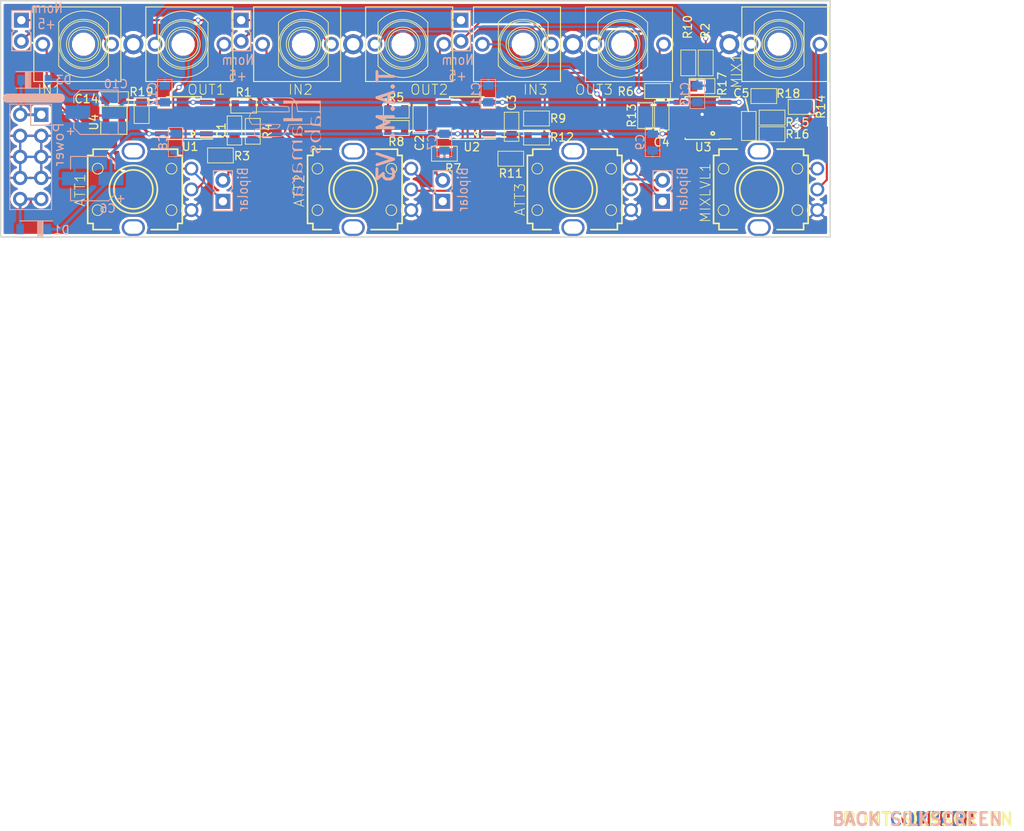
<source format=kicad_pcb>
(kicad_pcb (version 20171130) (host pcbnew "(5.0.1)-3")
  (title_block (title "Triple Attenuverting Mixer") (date 2019-06-09) (rev V3) (company "HAMARA LABS"))
  (layers (0 Top signal) (31 Bottom signal) (34 B.Paste user hide) (35 F.Paste user hide) (36 B.SilkS user) (37 F.SilkS user) (38 B.Mask user) (39 F.Mask user) (44 Edge.Cuts user))
  (net 0 "")
  (net 1 GNDA)
  (net 2 "Net-(ATT1-Pad2)")
  (net 3 "Net-(ATT1-Pad3)")
  (net 4 "Net-(ATT2-Pad2)")
  (net 5 "Net-(ATT2-Pad3)")
  (net 6 "Net-(ATT3-Pad2)")
  (net 7 "Net-(ATT3-Pad3)")
  (net 8 "Net-(C1-Pad1)")
  (net 9 "Net-(C1-Pad2)")
  (net 10 "Net-(C2-Pad1)")
  (net 11 "Net-(C2-Pad2)")
  (net 12 "Net-(C3-Pad1)")
  (net 13 "Net-(C3-Pad2)")
  (net 14 "Net-(C4-Pad1)")
  (net 15 "Net-(C4-Pad2)")
  (net 16 "Net-(C5-Pad1)")
  (net 17 "Net-(C5-Pad2)")
  (net 18 +12VA)
  (net 19 -12VA)
  (net 20 "Net-(C14-Pad1)")
  (net 21 "Net-(IN1-Pad2)")
  (net 22 "Net-(IN2-Pad2)")
  (net 23 "Net-(IN3-Pad2)")
  (net 24 "Net-(JP1-Pad2)")
  (net 25 +5V_ref)
  (net 26 "Net-(JP3-Pad2)")
  (net 27 "Net-(JP5-Pad2)")
  (net 28 "Net-(MIX1-Pad3)")
  (net 29 "Net-(OUT1-Pad2)")
  (net 30 "Net-(OUT1-Pad3)")
  (net 31 "Net-(OUT2-Pad2)")
  (net 32 "Net-(OUT2-Pad3)")
  (net 33 "Net-(OUT3-Pad2)")
  (net 34 "Net-(OUT3-Pad3)")
  (net 35 "Net-(R17-Pad2)")
  (net 36 "Net-(R18-Pad2)")
  (net 37 /+12_IN)
  (net 38 "Net-(MIX1-Pad2)")
  (net 39 /-12_IN)
  (net 40 "Net-(MIXLVL1-Pad2)")
  (module Daves_footprints:PJ301M-12_TAM_sharedGround_v2 (layer Top) (at 108.5 96 90)
    (fp_text reference IN1 (at -4.7745 -2.5185 180) (layer F.SilkS) (effects (font (size 1.2065 1.2065) (thickness 0.1016)) (justify right top)))
    (fp_text value AUDIO-JACK-PJ301M-12 hide)
    (pad "" np_thru_hole circle (at 0 0 90) (size 2.2 2.2) (drill 2.2) (layers *.Cu))
    (pad 1 thru_hole circle (at 0 6 90) (size 2.4 2.4) (drill 1.5) (layers *.Cu *.Mask) (net 1 GNDA))
    (pad 3 thru_hole circle (at 0 -4.92 90) (size 1.778 1.778) (drill 1.1) (layers *.Cu *.Mask) (net 3 "Net-(ATT1-Pad3)"))
    (pad 2 thru_hole circle (at 0 3.38 90) (size 1.778 1.778) (drill 1.1) (layers *.Cu *.Mask) (net 21 "Net-(IN1-Pad2)"))
  )
  (module Daves_footprints:PJ301M-12_TAM_sharedGround_v2 (layer Top) (at 120.5 96 270)
    (fp_text reference OUT1 (at 4.7745 -5.1665 180) (layer F.SilkS) (effects (font (size 1.2065 1.2065) (thickness 0.1016)) (justify right top)))
    (fp_text value AUDIO-JACK-PJ301M-12 hide)
    (pad "" np_thru_hole circle (at 0 0 270) (size 2.2 2.2) (drill 2.2) (layers *.Cu))
    (pad 1 thru_hole circle (at 0 6 270) (size 2.4 2.4) (drill 1.5) (layers *.Cu *.Mask) (net 1 GNDA))
    (pad 3 thru_hole circle (at 0 -4.92 270) (size 1.778 1.778) (drill 1.1) (layers *.Cu *.Mask) (net 30 "Net-(OUT1-Pad3)"))
    (pad 2 thru_hole circle (at 0 3.38 270) (size 1.778 1.778) (drill 1.1) (layers *.Cu *.Mask) (net 29 "Net-(OUT1-Pad2)"))
  )
  (module Daves_footprints:PJ301M-12_TAM_sharedGround_v2 (layer Top) (at 135 96 90)
    (fp_text reference IN2 (at -4.7745 1.2075 180) (layer F.SilkS) (effects (font (size 1.2065 1.2065) (thickness 0.1016)) (justify right top)))
    (fp_text value AUDIO-JACK-PJ301M-12 hide)
    (pad "" np_thru_hole circle (at 0 0 90) (size 2.2 2.2) (drill 2.2) (layers *.Cu))
    (pad 1 thru_hole circle (at 0 6 90) (size 2.4 2.4) (drill 1.5) (layers *.Cu *.Mask) (net 1 GNDA))
    (pad 3 thru_hole circle (at 0 -4.92 90) (size 1.778 1.778) (drill 1.1) (layers *.Cu *.Mask) (net 5 "Net-(ATT2-Pad3)"))
    (pad 2 thru_hole circle (at 0 3.38 90) (size 1.778 1.778) (drill 1.1) (layers *.Cu *.Mask) (net 22 "Net-(IN2-Pad2)"))
  )
  (module Daves_footprints:PJ301M-12_TAM_sharedGround_v2 (layer Top) (at 147 96 270)
    (fp_text reference OUT2 (at 4.7745 -5.527) (layer F.SilkS) (effects (font (size 1.2065 1.2065) (thickness 0.1016)) (justify right top)))
    (fp_text value AUDIO-JACK-PJ301M-12 hide)
    (pad "" np_thru_hole circle (at 0 0 270) (size 2.2 2.2) (drill 2.2) (layers *.Cu))
    (pad 1 thru_hole circle (at 0 6 270) (size 2.4 2.4) (drill 1.5) (layers *.Cu *.Mask) (net 1 GNDA))
    (pad 3 thru_hole circle (at 0 -4.92 270) (size 1.778 1.778) (drill 1.1) (layers *.Cu *.Mask) (net 32 "Net-(OUT2-Pad3)"))
    (pad 2 thru_hole circle (at 0 3.38 270) (size 1.778 1.778) (drill 1.1) (layers *.Cu *.Mask) (net 31 "Net-(OUT2-Pad2)"))
  )
  (module Daves_footprints:PJ301M-12_TAM_sharedGround_v2 (layer Top) (at 161.5 96 90)
    (fp_text reference IN3 (at -4.7745 3.0285 180) (layer F.SilkS) (effects (font (size 1.2065 1.2065) (thickness 0.1016)) (justify right top)))
    (fp_text value AUDIO-JACK-PJ301M-12 hide)
    (pad "" np_thru_hole circle (at 0 0 90) (size 2.2 2.2) (drill 2.2) (layers *.Cu))
    (pad 1 thru_hole circle (at 0 6 90) (size 2.4 2.4) (drill 1.5) (layers *.Cu *.Mask) (net 1 GNDA))
    (pad 3 thru_hole circle (at 0 -4.92 90) (size 1.778 1.778) (drill 1.1) (layers *.Cu *.Mask) (net 7 "Net-(ATT3-Pad3)"))
    (pad 2 thru_hole circle (at 0 3.38 90) (size 1.778 1.778) (drill 1.1) (layers *.Cu *.Mask) (net 23 "Net-(IN3-Pad2)"))
  )
  (module Daves_footprints:PJ301M-12_TAM_sharedGround_v2 (layer Top) (at 173.5 96 270)
    (fp_text reference OUT3 (at 4.7745 1.0975 180) (layer F.SilkS) (effects (font (size 1.2065 1.2065) (thickness 0.1016)) (justify right top)))
    (fp_text value AUDIO-JACK-PJ301M-12 hide)
    (pad "" np_thru_hole circle (at 0 0 270) (size 2.2 2.2) (drill 2.2) (layers *.Cu))
    (pad 1 thru_hole circle (at 0 6 270) (size 2.4 2.4) (drill 1.5) (layers *.Cu *.Mask) (net 1 GNDA))
    (pad 3 thru_hole circle (at 0 -4.92 270) (size 1.778 1.778) (drill 1.1) (layers *.Cu *.Mask) (net 34 "Net-(OUT3-Pad3)"))
    (pad 2 thru_hole circle (at 0 3.38 270) (size 1.778 1.778) (drill 1.1) (layers *.Cu *.Mask) (net 33 "Net-(OUT3-Pad2)"))
  )
  (module Daves_footprints:PJ301M-12_TAM_sharedGround_v2 (layer Top) (at 192.35 96 270)
    (fp_text reference MIX1 (at 1.028 5.8505 270) (layer F.SilkS) (effects (font (size 1.2065 1.2065) (thickness 0.1016)) (justify right top)))
    (fp_text value AUDIO-JACK-PJ301M-12 hide)
    (pad "" np_thru_hole circle (at 0 0 270) (size 2.2 2.2) (drill 2.2) (layers *.Cu))
    (pad 1 thru_hole circle (at 0 6 270) (size 2.4 2.4) (drill 1.5) (layers *.Cu *.Mask) (net 1 GNDA))
    (pad 3 thru_hole circle (at 0 -4.92 270) (size 1.778 1.778) (drill 1.1) (layers *.Cu *.Mask) (net 28 "Net-(MIX1-Pad3)"))
    (pad 2 thru_hole circle (at 0 3.38 270) (size 1.778 1.778) (drill 1.1) (layers *.Cu *.Mask) (net 38 "Net-(MIX1-Pad2)"))
  )
  (module Daves_footprints:Hamara_labs_4_tiny (layer Bottom) (at 132.8 108.45 270)
    (fp_text reference G1 hide)
    (fp_text value LOGO hide)
  )
  (module Capacitors_SMD:CP_Elec_5x5.8 (layer Bottom) (at 109.6 112.2 180)
    (fp_text reference C6 (at -1.8 -3.6 180) (layer B.SilkS) (effects (justify mirror)))
    (fp_text value 22uF)
    (fp_text user + (at -3.38 -2.35 180) (layer B.SilkS) (effects (justify mirror)))
    (pad 1 smd rect (at -2.2 0) (size 3 1.6) (layers Bottom B.Paste B.Mask) (net 18 +12VA))
    (pad 2 smd rect (at 2.2 0) (size 3 1.6) (layers Bottom B.Paste B.Mask) (net 1 GNDA))
  )
  (module Capacitors_SMD:CP_Elec_5x5.8 (layer Bottom) (at 110 104.2)
    (fp_text reference C10 (at 2.4 -3.4) (layer B.SilkS) (effects (justify mirror)))
    (fp_text value 22uF)
    (fp_text user + (at -3.066 2.226) (layer B.SilkS) (effects (justify mirror)))
    (pad 1 smd rect (at -2.2 0 180) (size 3 1.6) (layers Bottom B.Paste B.Mask) (net 1 GNDA))
    (pad 2 smd rect (at 2.2 0 180) (size 3 1.6) (layers Bottom B.Paste B.Mask) (net 19 -12VA))
  )
  (module TO_SOT_Packages_SMD:SOT-23_Handsoldering (layer Top) (at 112.15 106.1 270)
    (fp_text reference U4 (at -0.7 2.4 270) (layer F.SilkS))
    (fp_text value LM4040-5)
    (pad 1 smd rect (at -1.5 -0.95 270) (size 1.9 0.8) (layers Top F.Paste F.Mask) (net 20 "Net-(C14-Pad1)"))
    (pad 2 smd rect (at -1.5 0.95 270) (size 1.9 0.8) (layers Top F.Paste F.Mask) (net 1 GNDA))
    (pad 3 smd rect (at 1.5 0 270) (size 1.9 0.8) (layers Top F.Paste F.Mask))
  )
  (module Housings_SOIC:SOIC-8_3.9x4.9mm_Pitch1.27mm (layer Top) (at 120.6 104.9 180)
    (fp_text reference U1 (at -0.75 -3.45 180) (layer F.SilkS))
    (fp_text value OPA1678)
    (pad 1 smd rect (at -2.7 -1.905 180) (size 1.55 0.6) (layers Top F.Paste F.Mask) (net 8 "Net-(C1-Pad1)"))
    (pad 2 smd rect (at -2.7 -0.635 180) (size 1.55 0.6) (layers Top F.Paste F.Mask) (net 9 "Net-(C1-Pad2)"))
    (pad 3 smd rect (at -2.7 0.635 180) (size 1.55 0.6) (layers Top F.Paste F.Mask) (net 2 "Net-(ATT1-Pad2)"))
    (pad 4 smd rect (at -2.7 1.905 180) (size 1.55 0.6) (layers Top F.Paste F.Mask) (net 19 -12VA))
    (pad 5 smd rect (at 2.7 1.905 180) (size 1.55 0.6) (layers Top F.Paste F.Mask) (net 20 "Net-(C14-Pad1)"))
    (pad 6 smd rect (at 2.7 0.635 180) (size 1.55 0.6) (layers Top F.Paste F.Mask) (net 25 +5V_ref))
    (pad 7 smd rect (at 2.7 -0.635 180) (size 1.55 0.6) (layers Top F.Paste F.Mask) (net 25 +5V_ref))
    (pad 8 smd rect (at 2.7 -1.905 180) (size 1.55 0.6) (layers Top F.Paste F.Mask) (net 18 +12VA))
  )
  (module Housings_SOIC:SOIC-8_3.9x4.9mm_Pitch1.27mm (layer Top) (at 154.7 104.9 180)
    (fp_text reference U2 (at -0.6 -3.5 180) (layer F.SilkS))
    (fp_text value OPA1678)
    (pad 1 smd rect (at -2.7 -1.905 180) (size 1.55 0.6) (layers Top F.Paste F.Mask) (net 12 "Net-(C3-Pad1)"))
    (pad 2 smd rect (at -2.7 -0.635 180) (size 1.55 0.6) (layers Top F.Paste F.Mask) (net 13 "Net-(C3-Pad2)"))
    (pad 3 smd rect (at -2.7 0.635 180) (size 1.55 0.6) (layers Top F.Paste F.Mask) (net 6 "Net-(ATT3-Pad2)"))
    (pad 4 smd rect (at -2.7 1.905 180) (size 1.55 0.6) (layers Top F.Paste F.Mask) (net 19 -12VA))
    (pad 5 smd rect (at 2.7 1.905 180) (size 1.55 0.6) (layers Top F.Paste F.Mask) (net 4 "Net-(ATT2-Pad2)"))
    (pad 6 smd rect (at 2.7 0.635 180) (size 1.55 0.6) (layers Top F.Paste F.Mask) (net 11 "Net-(C2-Pad2)"))
    (pad 7 smd rect (at 2.7 -0.635 180) (size 1.55 0.6) (layers Top F.Paste F.Mask) (net 10 "Net-(C2-Pad1)"))
    (pad 8 smd rect (at 2.7 -1.905 180) (size 1.55 0.6) (layers Top F.Paste F.Mask) (net 18 +12VA))
  )
  (module Housings_SOIC:SOIC-8_3.9x4.9mm_Pitch1.27mm (layer Top) (at 183.1 104.9 180)
    (fp_text reference U3 (at -0.1 -3.5 180) (layer F.SilkS))
    (fp_text value OPA1678)
    (pad 1 smd rect (at -2.7 -1.905 180) (size 1.55 0.6) (layers Top F.Paste F.Mask) (net 16 "Net-(C5-Pad1)"))
    (pad 2 smd rect (at -2.7 -0.635 180) (size 1.55 0.6) (layers Top F.Paste F.Mask) (net 17 "Net-(C5-Pad2)"))
    (pad 3 smd rect (at -2.7 0.635 180) (size 1.55 0.6) (layers Top F.Paste F.Mask) (net 36 "Net-(R18-Pad2)"))
    (pad 4 smd rect (at -2.7 1.905 180) (size 1.55 0.6) (layers Top F.Paste F.Mask) (net 19 -12VA))
    (pad 5 smd rect (at 2.7 1.905 180) (size 1.55 0.6) (layers Top F.Paste F.Mask) (net 35 "Net-(R17-Pad2)"))
    (pad 6 smd rect (at 2.7 0.635 180) (size 1.55 0.6) (layers Top F.Paste F.Mask) (net 15 "Net-(C4-Pad2)"))
    (pad 7 smd rect (at 2.7 -0.635 180) (size 1.55 0.6) (layers Top F.Paste F.Mask) (net 14 "Net-(C4-Pad1)"))
    (pad 8 smd rect (at 2.7 -1.905 180) (size 1.55 0.6) (layers Top F.Paste F.Mask) (net 18 +12VA))
  )
  (module Daves_footprints:D_SOD-123 (layer Bottom) (at 102.6 100.3)
    (fp_text reference D3 (at 3.5 0) (layer B.SilkS) (effects (justify mirror)))
    (fp_text value 1N5819)
    (pad 1 smd rect (at -1.65 0) (size 0.9 1.2) (layers Bottom B.Paste B.Mask) (net 39 /-12_IN))
    (pad 2 smd rect (at 1.65 0) (size 0.9 1.2) (layers Bottom B.Paste B.Mask) (net 19 -12VA))
  )
  (module Daves_footprints:D_SOD-123 (layer Bottom) (at 102.5 118.3 180)
    (fp_text reference D1 (at -3.35 -0.1 180) (layer B.SilkS) (effects (justify mirror)))
    (fp_text value 1N5819)
    (pad 1 smd rect (at -1.65 0 180) (size 0.9 1.2) (layers Bottom B.Paste B.Mask) (net 18 +12VA))
    (pad 2 smd rect (at 1.65 0 180) (size 0.9 1.2) (layers Bottom B.Paste B.Mask) (net 37 /+12_IN))
  )
  (module Daves_footprints:jump-2P (layer Bottom) (at 154 93.1 270)
    (fp_text reference JP6 hide)
    (fp_text value header-2P hide)
    (pad 1 thru_hole rect (at 0 0 270) (size 1.8 1.8) (drill 1) (layers *.Cu *.Mask) (net 25 +5V_ref))
    (pad 2 thru_hole circle (at 2.54 0 270) (size 1.8 1.8) (drill 1) (layers *.Cu *.Mask) (net 23 "Net-(IN3-Pad2)"))
  )
  (module Daves_footprints:jump-2P (layer Bottom) (at 178.3 114.94 90)
    (fp_text reference JP5 hide)
    (fp_text value header-2P hide)
    (pad 1 thru_hole rect (at 0 0 90) (size 1.8 1.8) (drill 1) (layers *.Cu *.Mask) (net 7 "Net-(ATT3-Pad3)"))
    (pad 2 thru_hole circle (at 2.54 0 90) (size 1.8 1.8) (drill 1) (layers *.Cu *.Mask) (net 27 "Net-(JP5-Pad2)"))
  )
  (module Daves_footprints:jump-2P (layer Bottom) (at 127.5 93.1 270)
    (fp_text reference JP4 hide)
    (fp_text value header-2P hide)
    (pad 1 thru_hole rect (at 0 0 270) (size 1.8 1.8) (drill 1) (layers *.Cu *.Mask) (net 25 +5V_ref))
    (pad 2 thru_hole circle (at 2.54 0 270) (size 1.8 1.8) (drill 1) (layers *.Cu *.Mask) (net 22 "Net-(IN2-Pad2)"))
  )
  (module Daves_footprints:jump-2P (layer Bottom) (at 151.8 114.94 90)
    (fp_text reference JP3 hide)
    (fp_text value header-2P hide)
    (pad 1 thru_hole rect (at 0 0 90) (size 1.8 1.8) (drill 1) (layers *.Cu *.Mask) (net 5 "Net-(ATT2-Pad3)"))
    (pad 2 thru_hole circle (at 2.54 0 90) (size 1.8 1.8) (drill 1) (layers *.Cu *.Mask) (net 26 "Net-(JP3-Pad2)"))
  )
  (module Daves_footprints:jump-2P (layer Bottom) (at 101 93.1 270)
    (fp_text reference JP2 hide)
    (fp_text value header-2P hide)
    (pad 1 thru_hole rect (at 0 0 270) (size 1.8 1.8) (drill 1) (layers *.Cu *.Mask) (net 25 +5V_ref))
    (pad 2 thru_hole circle (at 2.54 0 270) (size 1.8 1.8) (drill 1) (layers *.Cu *.Mask) (net 21 "Net-(IN1-Pad2)"))
  )
  (module Daves_footprints:jump-2P (layer Bottom) (at 125.3 114.94 90)
    (fp_text reference JP1 hide)
    (fp_text value header-2P hide)
    (pad 1 thru_hole rect (at 0 0 90) (size 1.8 1.8) (drill 1) (layers *.Cu *.Mask) (net 3 "Net-(ATT1-Pad3)"))
    (pad 2 thru_hole circle (at 2.54 0 90) (size 1.8 1.8) (drill 1) (layers *.Cu *.Mask) (net 24 "Net-(JP1-Pad2)"))
  )
  (module Daves_footprints:C_0805_DKH (layer Top) (at 126.7 106.4 90)
    (fp_text reference C1 (at 0 -1.6 90) (layer F.SilkS))
    (fp_text value "0|22|47 pF *")
    (pad 1 smd rect (at -1 0 90) (size 1 1.25) (layers Top F.Paste F.Mask) (net 8 "Net-(C1-Pad1)"))
    (pad 2 smd rect (at 1 0 90) (size 1 1.25) (layers Top F.Paste F.Mask) (net 9 "Net-(C1-Pad2)"))
  )
  (module Daves_footprints:C_0805_DKH (layer Top) (at 149.1 105 90)
    (fp_text reference C2 (at -2.9 -0.1 90) (layer F.SilkS))
    (fp_text value "0|22|47 pF *")
    (pad 1 smd rect (at -1 0 90) (size 1 1.25) (layers Top F.Paste F.Mask) (net 10 "Net-(C2-Pad1)"))
    (pad 2 smd rect (at 1 0 90) (size 1 1.25) (layers Top F.Paste F.Mask) (net 11 "Net-(C2-Pad2)"))
  )
  (module Daves_footprints:C_0805_DKH (layer Top) (at 160.1 105.95 90)
    (fp_text reference C3 (at 2.9 0 90) (layer F.SilkS))
    (fp_text value "0|22|47 pF *")
    (pad 1 smd rect (at -1 0 90) (size 1 1.25) (layers Top F.Paste F.Mask) (net 12 "Net-(C3-Pad1)"))
    (pad 2 smd rect (at 1 0 90) (size 1 1.25) (layers Top F.Paste F.Mask) (net 13 "Net-(C3-Pad2)"))
  )
  (module Daves_footprints:C_0805_DKH (layer Top) (at 178.2 104.6 90)
    (fp_text reference C4 (at -3.223 -0.019 180) (layer F.SilkS))
    (fp_text value "0|22|47 pF *")
    (pad 1 smd rect (at -1 0 90) (size 1 1.25) (layers Top F.Paste F.Mask) (net 14 "Net-(C4-Pad1)"))
    (pad 2 smd rect (at 1 0 90) (size 1 1.25) (layers Top F.Paste F.Mask) (net 15 "Net-(C4-Pad2)"))
  )
  (module Daves_footprints:C_0805_DKH (layer Top) (at 188.7 105.85 90)
    (fp_text reference C5 (at 3.95 -0.9 180) (layer F.SilkS))
    (fp_text value "22|47 pF *")
    (pad 1 smd rect (at -1 0 90) (size 1 1.25) (layers Top F.Paste F.Mask) (net 16 "Net-(C5-Pad1)"))
    (pad 2 smd rect (at 1 0 90) (size 1 1.25) (layers Top F.Paste F.Mask) (net 17 "Net-(C5-Pad2)"))
  )
  (module Daves_footprints:C_0805_DKH (layer Bottom) (at 152 107.8 270)
    (fp_text reference C7 (at 0 1.5 270) (layer B.SilkS) (effects (justify mirror)))
    (fp_text value 100nF)
    (pad 1 smd rect (at -1 0 270) (size 1 1.25) (layers Bottom B.Paste B.Mask) (net 18 +12VA))
    (pad 2 smd rect (at 1 0 270) (size 1 1.25) (layers Bottom B.Paste B.Mask) (net 1 GNDA))
  )
  (module Daves_footprints:C_0805_DKH (layer Bottom) (at 119.6 107.8 270)
    (fp_text reference C8 (at 0 1.5 270) (layer B.SilkS) (effects (justify mirror)))
    (fp_text value 100nF)
    (pad 1 smd rect (at -1 0 270) (size 1 1.25) (layers Bottom B.Paste B.Mask) (net 18 +12VA))
    (pad 2 smd rect (at 1 0 270) (size 1 1.25) (layers Bottom B.Paste B.Mask) (net 1 GNDA))
  )
  (module Daves_footprints:C_0805_DKH (layer Bottom) (at 177.1 107.8 270)
    (fp_text reference C9 (at 0 1.5 270) (layer B.SilkS) (effects (justify mirror)))
    (fp_text value 100nF)
    (pad 1 smd rect (at -1 0 270) (size 1 1.25) (layers Bottom B.Paste B.Mask) (net 18 +12VA))
    (pad 2 smd rect (at 1 0 270) (size 1 1.25) (layers Bottom B.Paste B.Mask) (net 1 GNDA))
  )
  (module Daves_footprints:C_0805_DKH (layer Bottom) (at 157.3 102 270)
    (fp_text reference C11 (at 0 1.5 270) (layer B.SilkS) (effects (justify mirror)))
    (fp_text value 100nF)
    (pad 1 smd rect (at -1 0 270) (size 1 1.25) (layers Bottom B.Paste B.Mask) (net 1 GNDA))
    (pad 2 smd rect (at 1 0 270) (size 1 1.25) (layers Bottom B.Paste B.Mask) (net 19 -12VA))
  )
  (module Daves_footprints:C_0805_DKH (layer Bottom) (at 118.3 102 270)
    (fp_text reference C12 (at 0 1.5 270) (layer B.SilkS) (effects (justify mirror)))
    (fp_text value 100nF)
    (pad 1 smd rect (at -1 0 270) (size 1 1.25) (layers Bottom B.Paste B.Mask) (net 1 GNDA))
    (pad 2 smd rect (at 1 0 270) (size 1 1.25) (layers Bottom B.Paste B.Mask) (net 19 -12VA))
  )
  (module Daves_footprints:C_0805_DKH (layer Bottom) (at 182.5 102 270)
    (fp_text reference C13 (at 0 1.5 270) (layer B.SilkS) (effects (justify mirror)))
    (fp_text value 100nF)
    (pad 1 smd rect (at -1 0 270) (size 1 1.25) (layers Bottom B.Paste B.Mask) (net 1 GNDA))
    (pad 2 smd rect (at 1 0 270) (size 1 1.25) (layers Bottom B.Paste B.Mask) (net 19 -12VA))
  )
  (module Daves_footprints:C_0805_DKH (layer Top) (at 112.15 102.6 180)
    (fp_text reference C14 (at 3.3 0 180) (layer F.SilkS))
    (fp_text value 100nF)
    (pad 1 smd rect (at -1 0 180) (size 1 1.25) (layers Top F.Paste F.Mask) (net 20 "Net-(C14-Pad1)"))
    (pad 2 smd rect (at 1 0 180) (size 1 1.25) (layers Top F.Paste F.Mask) (net 1 GNDA))
  )
  (module Daves_footprints:POT_SONG_HUEI_9mm_tall_trimmer (layer Top) (at 189.95 113.5 90)
    (fp_text reference MIXLVL1 (at 3.264 -7.197 90) (layer F.SilkS) (effects (font (size 1.2065 1.2065) (thickness 0.09652)) (justify right top)))
    (fp_text value 10K hide)
    (pad 1 thru_hole circle (at -2.5 7) (size 1.6764 1.6764) (drill 1.1) (layers *.Cu *.Mask) (net 1 GNDA))
    (pad 2 thru_hole circle (at 0 7) (size 1.6764 1.6764) (drill 1.1) (layers *.Cu *.Mask) (net 40 "Net-(MIXLVL1-Pad2)"))
    (pad 3 thru_hole circle (at 2.5 7) (size 1.6764 1.6764) (drill 1.1) (layers *.Cu *.Mask) (net 14 "Net-(C4-Pad1)"))
    (pad M1 thru_hole oval (at 4.6 0 90) (size 2 2.8) (drill oval 1.5 2.2) (layers *.Cu *.Mask))
    (pad M2 thru_hole oval (at -4.6 0 90) (size 2 2.8) (drill oval 1.5 2.2) (layers *.Cu *.Mask))
  )
  (module Daves_footprints:POT_SONG_HUEI_9mm_tall_trimmer (layer Top) (at 167.5 113.5 90)
    (fp_text reference ATT3 (at 0.851 -7.099 90) (layer F.SilkS) (effects (font (size 1.2065 1.2065) (thickness 0.09652)) (justify right top)))
    (fp_text value 100K hide)
    (pad 1 thru_hole circle (at -2.5 7) (size 1.6764 1.6764) (drill 1.1) (layers *.Cu *.Mask) (net 1 GNDA))
    (pad 2 thru_hole circle (at 0 7) (size 1.6764 1.6764) (drill 1.1) (layers *.Cu *.Mask) (net 6 "Net-(ATT3-Pad2)"))
    (pad 3 thru_hole circle (at 2.5 7) (size 1.6764 1.6764) (drill 1.1) (layers *.Cu *.Mask) (net 7 "Net-(ATT3-Pad3)"))
    (pad M1 thru_hole oval (at 4.6 0 90) (size 2 2.8) (drill oval 1.5 2.2) (layers *.Cu *.Mask))
    (pad M2 thru_hole oval (at -4.6 0 90) (size 2 2.8) (drill oval 1.5 2.2) (layers *.Cu *.Mask))
  )
  (module Daves_footprints:POT_SONG_HUEI_9mm_tall_trimmer (layer Top) (at 141 113.5 90)
    (fp_text reference ATT2 (at 1.9305 -7.2055 90) (layer F.SilkS) (effects (font (size 1.2065 1.2065) (thickness 0.09652)) (justify right top)))
    (fp_text value 100K hide)
    (pad 1 thru_hole circle (at -2.5 7) (size 1.6764 1.6764) (drill 1.1) (layers *.Cu *.Mask) (net 1 GNDA))
    (pad 2 thru_hole circle (at 0 7) (size 1.6764 1.6764) (drill 1.1) (layers *.Cu *.Mask) (net 4 "Net-(ATT2-Pad2)"))
    (pad 3 thru_hole circle (at 2.5 7) (size 1.6764 1.6764) (drill 1.1) (layers *.Cu *.Mask) (net 5 "Net-(ATT2-Pad3)"))
    (pad M1 thru_hole oval (at 4.6 0 90) (size 2 2.8) (drill oval 1.5 2.2) (layers *.Cu *.Mask))
    (pad M2 thru_hole oval (at -4.6 0 90) (size 2 2.8) (drill oval 1.5 2.2) (layers *.Cu *.Mask))
  )
  (module Daves_footprints:POT_SONG_HUEI_9mm_tall_trimmer (layer Top) (at 114.5 113.5 90)
    (fp_text reference ATT1 (at 1.994 -7.1215 90) (layer F.SilkS) (effects (font (size 1.2065 1.2065) (thickness 0.09652)) (justify right top)))
    (fp_text value 100K hide)
    (pad 1 thru_hole circle (at -2.5 7) (size 1.6764 1.6764) (drill 1.1) (layers *.Cu *.Mask) (net 1 GNDA))
    (pad 2 thru_hole circle (at 0 7) (size 1.6764 1.6764) (drill 1.1) (layers *.Cu *.Mask) (net 2 "Net-(ATT1-Pad2)"))
    (pad 3 thru_hole circle (at 2.5 7) (size 1.6764 1.6764) (drill 1.1) (layers *.Cu *.Mask) (net 3 "Net-(ATT1-Pad3)"))
    (pad M1 thru_hole oval (at 4.6 0 90) (size 2 2.8) (drill oval 1.5 2.2) (layers *.Cu *.Mask))
    (pad M2 thru_hole oval (at -4.6 0 90) (size 2 2.8) (drill oval 1.5 2.2) (layers *.Cu *.Mask))
  )
  (module Daves_footprints:HEADER_2.54_2x5 (layer Bottom) (at 103.4 104.5 270)
    (fp_text reference X1 hide)
    (fp_text value CONN_02X05 hide)
    (pad 1 thru_hole rect (at 0 0 270) (size 1.7272 1.7272) (drill 1.016) (layers *.Cu *.Mask) (net 39 /-12_IN))
    (pad 2 thru_hole oval (at 0 2.54 270) (size 1.7272 1.7272) (drill 1.016) (layers *.Cu *.Mask) (net 39 /-12_IN))
    (pad 3 thru_hole oval (at 2.54 0 270) (size 1.7272 1.7272) (drill 1.016) (layers *.Cu *.Mask) (net 1 GNDA))
    (pad 4 thru_hole oval (at 2.54 2.54 270) (size 1.7272 1.7272) (drill 1.016) (layers *.Cu *.Mask) (net 1 GNDA))
    (pad 5 thru_hole oval (at 5.08 0 270) (size 1.7272 1.7272) (drill 1.016) (layers *.Cu *.Mask) (net 1 GNDA))
    (pad 6 thru_hole oval (at 5.08 2.54 270) (size 1.7272 1.7272) (drill 1.016) (layers *.Cu *.Mask) (net 1 GNDA))
    (pad 7 thru_hole oval (at 7.62 0 270) (size 1.7272 1.7272) (drill 1.016) (layers *.Cu *.Mask) (net 1 GNDA))
    (pad 8 thru_hole oval (at 7.62 2.54 270) (size 1.7272 1.7272) (drill 1.016) (layers *.Cu *.Mask) (net 1 GNDA))
    (pad 9 thru_hole oval (at 10.16 0 270) (size 1.7272 1.7272) (drill 1.016) (layers *.Cu *.Mask) (net 37 /+12_IN))
    (pad 10 thru_hole oval (at 10.16 2.54 270) (size 1.7272 1.7272) (drill 1.016) (layers *.Cu *.Mask) (net 37 /+12_IN))
  )
  (module Daves_footprints:R_0805_DKH_hand (layer Top) (at 115.5 104 270)
    (fp_text reference R19 (at -2.25 0.025) (layer F.SilkS))
    (fp_text value 10K)
    (pad 1 smd rect (at -1 0 270) (size 0.85 1.3) (layers Top F.Paste F.Mask) (net 20 "Net-(C14-Pad1)"))
    (pad 2 smd rect (at 1 0 270) (size 0.85 1.3) (layers Top F.Paste F.Mask) (net 18 +12VA))
  )
  (module Daves_footprints:R_0805_DKH_hand (layer Top) (at 190.5 102.25 180)
    (fp_text reference R18 (at -2.95 0.3 180) (layer F.SilkS))
    (fp_text value 75K)
    (pad 1 smd rect (at -1 0 180) (size 0.85 1.3) (layers Top F.Paste F.Mask) (net 1 GNDA))
    (pad 2 smd rect (at 1 0 180) (size 0.85 1.3) (layers Top F.Paste F.Mask) (net 36 "Net-(R18-Pad2)"))
  )
  (module Daves_footprints:R_0805_DKH_hand (layer Top) (at 183.05 101.05 180)
    (fp_text reference R17 (at -2.4335 0.2755 270) (layer F.SilkS))
    (fp_text value 43K)
    (pad 1 smd rect (at -1 0 180) (size 0.85 1.3) (layers Top F.Paste F.Mask) (net 1 GNDA))
    (pad 2 smd rect (at 1 0 180) (size 0.85 1.3) (layers Top F.Paste F.Mask) (net 35 "Net-(R17-Pad2)"))
  )
  (module Daves_footprints:R_0805_DKH_hand (layer Top) (at 191.5 106.85 180)
    (fp_text reference R16 (at -3.05 0 180) (layer F.SilkS))
    (fp_text value 330R)
    (pad 1 smd rect (at -1 0 180) (size 0.85 1.3) (layers Top F.Paste F.Mask) (net 28 "Net-(MIX1-Pad3)"))
    (pad 2 smd rect (at 1 0 180) (size 0.85 1.3) (layers Top F.Paste F.Mask) (net 16 "Net-(C5-Pad1)"))
  )
  (module Daves_footprints:R_0805_DKH_hand (layer Top) (at 191.5 104.85 180)
    (fp_text reference R15 (at -3.05 -0.575 180) (layer F.SilkS))
    (fp_text value 200K)
    (pad 1 smd rect (at -1 0 180) (size 0.85 1.3) (layers Top F.Paste F.Mask) (net 28 "Net-(MIX1-Pad3)"))
    (pad 2 smd rect (at 1 0 180) (size 0.85 1.3) (layers Top F.Paste F.Mask) (net 17 "Net-(C5-Pad2)"))
  )
  (module Daves_footprints:R_0805_DKH_hand (layer Top) (at 195 103.55)
    (fp_text reference R14 (at 2.375 0 90) (layer F.SilkS))
    (fp_text value 120K)
    (pad 1 smd rect (at -1 0) (size 0.85 1.3) (layers Top F.Paste F.Mask) (net 17 "Net-(C5-Pad2)"))
    (pad 2 smd rect (at 1 0) (size 0.85 1.3) (layers Top F.Paste F.Mask) (net 40 "Net-(MIXLVL1-Pad2)"))
  )
  (module Daves_footprints:R_0805_DKH_hand (layer Top) (at 176.2 104.6 90)
    (fp_text reference R13 (at 0 -1.625 90) (layer F.SilkS))
    (fp_text value 120K)
    (pad 1 smd rect (at -1 0 90) (size 0.85 1.3) (layers Top F.Paste F.Mask) (net 14 "Net-(C4-Pad1)"))
    (pad 2 smd rect (at 1 0 90) (size 0.85 1.3) (layers Top F.Paste F.Mask) (net 15 "Net-(C4-Pad2)"))
  )
  (module Daves_footprints:R_0805_DKH_hand (layer Top) (at 163.1 107.25 180)
    (fp_text reference R12 (at -3.075 0.025 180) (layer F.SilkS))
    (fp_text value 330R)
    (pad 1 smd rect (at -1 0 180) (size 0.85 1.3) (layers Top F.Paste F.Mask) (net 34 "Net-(OUT3-Pad3)"))
    (pad 2 smd rect (at 1 0 180) (size 0.85 1.3) (layers Top F.Paste F.Mask) (net 12 "Net-(C3-Pad1)"))
  )
  (module Daves_footprints:R_0805_DKH_hand (layer Top) (at 160 109.8)
    (fp_text reference R11 (at 0 1.775) (layer F.SilkS))
    (fp_text value 200K)
    (pad 1 smd rect (at -1 0) (size 0.85 1.3) (layers Top F.Paste F.Mask) (net 13 "Net-(C3-Pad2)"))
    (pad 2 smd rect (at 1 0) (size 0.85 1.3) (layers Top F.Paste F.Mask) (net 27 "Net-(JP5-Pad2)"))
  )
  (module Daves_footprints:R_0805_DKH_hand (layer Top) (at 181.4 98.25 270)
    (fp_text reference R10 (at -4.325 0.075 270) (layer F.SilkS))
    (fp_text value 200K)
    (pad 1 smd rect (at -1 0 270) (size 0.85 1.3) (layers Top F.Paste F.Mask) (net 33 "Net-(OUT3-Pad2)"))
    (pad 2 smd rect (at 1 0 270) (size 0.85 1.3) (layers Top F.Paste F.Mask) (net 15 "Net-(C4-Pad2)"))
  )
  (module Daves_footprints:R_0805_DKH_hand (layer Top) (at 163.1 104.95 180)
    (fp_text reference R9 (at -2.6 0 180) (layer F.SilkS))
    (fp_text value 200K)
    (pad 1 smd rect (at -1 0 180) (size 0.85 1.3) (layers Top F.Paste F.Mask) (net 34 "Net-(OUT3-Pad3)"))
    (pad 2 smd rect (at 1 0 180) (size 0.85 1.3) (layers Top F.Paste F.Mask) (net 13 "Net-(C3-Pad2)"))
  )
  (module Daves_footprints:R_0805_DKH_hand (layer Top) (at 146.2 106.1)
    (fp_text reference R8 (at 0 1.65) (layer F.SilkS))
    (fp_text value 330R)
    (pad 1 smd rect (at -1 0) (size 0.85 1.3) (layers Top F.Paste F.Mask) (net 32 "Net-(OUT2-Pad3)"))
    (pad 2 smd rect (at 1 0) (size 0.85 1.3) (layers Top F.Paste F.Mask) (net 10 "Net-(C2-Pad1)"))
  )
  (module Daves_footprints:R_0805_DKH_hand (layer Top) (at 152 109.2 180)
    (fp_text reference R7 (at -1.05 -1.75 180) (layer F.SilkS))
    (fp_text value 200K)
    (pad 1 smd rect (at -1 0 180) (size 0.85 1.3) (layers Top F.Paste F.Mask) (net 11 "Net-(C2-Pad2)"))
    (pad 2 smd rect (at 1 0 180) (size 0.85 1.3) (layers Top F.Paste F.Mask) (net 26 "Net-(JP3-Pad2)"))
  )
  (module Daves_footprints:R_0805_DKH_hand (layer Top) (at 146.2 104)
    (fp_text reference R5 (at -0.025 -1.6) (layer F.SilkS))
    (fp_text value 200K)
    (pad 1 smd rect (at -1 0) (size 0.85 1.3) (layers Top F.Paste F.Mask) (net 32 "Net-(OUT2-Pad3)"))
    (pad 2 smd rect (at 1 0) (size 0.85 1.3) (layers Top F.Paste F.Mask) (net 11 "Net-(C2-Pad2)"))
  )
  (module Daves_footprints:R_0805_DKH_hand (layer Top) (at 128.9 106.5 270)
    (fp_text reference R4 (at 0 -1.775 270) (layer F.SilkS))
    (fp_text value 330R)
    (pad 1 smd rect (at -1 0 270) (size 0.85 1.3) (layers Top F.Paste F.Mask) (net 30 "Net-(OUT1-Pad3)"))
    (pad 2 smd rect (at 1 0 270) (size 0.85 1.3) (layers Top F.Paste F.Mask) (net 8 "Net-(C1-Pad1)"))
  )
  (module Daves_footprints:R_0805_DKH_hand (layer Top) (at 125 109.4)
    (fp_text reference R3 (at 2.6 0.075) (layer F.SilkS))
    (fp_text value 200K)
    (pad 1 smd rect (at -1 0) (size 0.85 1.3) (layers Top F.Paste F.Mask) (net 9 "Net-(C1-Pad2)"))
    (pad 2 smd rect (at 1 0) (size 0.85 1.3) (layers Top F.Paste F.Mask) (net 24 "Net-(JP1-Pad2)"))
  )
  (module Daves_footprints:R_0805_DKH_hand (layer Top) (at 183.5 98.25 270)
    (fp_text reference R2 (at -3.85 0.05 270) (layer F.SilkS))
    (fp_text value 200K)
    (pad 1 smd rect (at -1 0 270) (size 0.85 1.3) (layers Top F.Paste F.Mask) (net 29 "Net-(OUT1-Pad2)"))
    (pad 2 smd rect (at 1 0 270) (size 0.85 1.3) (layers Top F.Paste F.Mask) (net 15 "Net-(C4-Pad2)"))
  )
  (module Daves_footprints:R_0805_DKH_hand (layer Top) (at 127.8 103.4 180)
    (fp_text reference R1 (at 0 1.6 180) (layer F.SilkS))
    (fp_text value 200K)
    (pad 1 smd rect (at -1 0 180) (size 0.85 1.3) (layers Top F.Paste F.Mask) (net 30 "Net-(OUT1-Pad3)"))
    (pad 2 smd rect (at 1 0 180) (size 0.85 1.3) (layers Top F.Paste F.Mask) (net 9 "Net-(C1-Pad2)"))
  )
  (module Daves_footprints:R_0805_DKH_hand (layer Top) (at 177.7 101.65)
    (fp_text reference R6 (at -3.85 0.05) (layer F.SilkS))
    (fp_text value 200K)
    (pad 1 smd rect (at -1 0) (size 0.85 1.3) (layers Top F.Paste F.Mask) (net 31 "Net-(OUT2-Pad2)"))
    (pad 2 smd rect (at 1 0) (size 0.85 1.3) (layers Top F.Paste F.Mask) (net 15 "Net-(C4-Pad2)"))
  )
  (gr_text "T.A.M. V3" (at 144.9578 105.8672 90) (layer B.SilkS) (effects (font (size 2 2) (thickness 0.35)) (justify mirror)))
  (gr_text "BACK SILKSCREEN" (at 198.5645 189.4205) (layer B.SilkS) (effects (font (size 1.5 1.5) (thickness 0.3)) (justify left)))
  (gr_text "FRONT SILKSCREEN" (at 198.5645 189.4205) (layer F.SilkS) (effects (font (size 1.5 1.5) (thickness 0.3)) (justify left)))
  (gr_text "BACK COPPER" (at 198.5645 189.4205) (layer Bottom) (effects (font (size 1.5 1.5) (thickness 0.3)) (justify left)))
  (gr_text "FRONT COPPER" (at 198.5645 189.4205) (layer Top) (effects (font (size 1.5 1.5) (thickness 0.3)) (justify left)))
  (gr_circle (center 121.7 106.75) (end 121.7 106.95) (layer F.SilkS) (width 0.2))
  (gr_circle (center 155.85 106.75) (end 155.85 106.95) (layer F.SilkS) (width 0.2))
  (gr_circle (center 184.35 106.75) (end 184.35 106.95) (layer F.SilkS) (width 0.2))
  (gr_line (start 188.3 102.6) (end 188.65 104.1) (layer F.SilkS) (width 0.2))
  (gr_text Power (at 105.5 108.1 90) (layer B.SilkS) (effects (font (size 1.2 1.2)) (justify mirror)))
  (gr_line (start 99.3 102.5) (end 105.7 102.5) (angle 90) (layer B.SilkS) (width 1.1))
  (gr_text Bipolar (at 180.7 113.5 90) (layer B.SilkS) (effects (font (size 1.2 1)) (justify mirror)))
  (gr_text "Norm\n+5" (at 153.6 98.85) (layer B.SilkS) (effects (font (size 1.2 1)) (justify mirror)))
  (gr_text Bipolar (at 154.2 113.5 90) (layer B.SilkS) (effects (font (size 1.2 1)) (justify mirror)))
  (gr_text "Norm\n+5" (at 127.1 98.85) (layer B.SilkS) (effects (font (size 1.2 1)) (justify mirror)))
  (gr_text Bipolar (at 127.7 113.5 90) (layer B.SilkS) (effects (font (size 1.2 1)) (justify mirror)))
  (gr_text "Norm\n+5" (at 104.05 92.6) (layer B.SilkS) (effects (font (size 1.2 1)) (justify mirror)))
  (gr_line (start 98.5011 119.2386) (end 198.5011 119.2386) (layer Edge.Cuts) (width 0.15))
  (gr_line (start 198.5011 119.2386) (end 198.5011 90.7686) (layer Edge.Cuts) (width 0.15))
  (gr_line (start 198.5011 90.7686) (end 98.5011 90.7686) (layer Edge.Cuts) (width 0.15))
  (gr_line (start 98.5011 90.7686) (end 98.5011 119.2386) (layer Edge.Cuts) (width 0.15))
  (segment (start 111.2 104.6) (end 111.2 102.65) (width 0.35) (layer Top) (net 1))
  (segment (start 111.2 102.65) (end 111.15 102.6) (width 0.35) (layer Top) (net 1))
  (via (at 183.0705 104.4575) (size 0.6) (drill 0.4) (layers Top Bottom) (net 1))
  (segment (start 122.1 113.5) (end 121.5 113.5) (width 0.25) (layer Top) (net 2))
  (segment (start 123.3 104.265) (end 121.735 104.265) (width 0.25) (layer Top) (net 2))
  (segment (start 121.735 104.265) (end 120.8 105.2) (width 0.25) (layer Top) (net 2))
  (segment (start 120.8 105.2) (end 120.8 108.15) (width 0.25) (layer Top) (net 2))
  (segment (start 120.8 108.15) (end 123 110.35) (width 0.25) (layer Top) (net 2))
  (segment (start 123 110.35) (end 123 112.6) (width 0.25) (layer Top) (net 2))
  (segment (start 123 112.6) (end 122.1 113.5) (width 0.25) (layer Top) (net 2))
  (segment (start 122.9 112.54) (end 125.3 114.94) (width 0.25) (layer Bottom) (net 3))
  (segment (start 122.36 112) (end 122.9 112.54) (width 0.25) (layer Bottom) (net 3))
  (segment (start 122.9 112.54) (end 121.5 111.14) (width 0.25) (layer Bottom) (net 3))
  (segment (start 121.5 111.14) (end 121.5 111) (width 0.25) (layer Bottom) (net 3))
  (segment (start 104.055 101.755) (end 113.3 111) (width 0.25) (layer Top) (net 3))
  (segment (start 104.055 96.475) (end 103.58 96) (width 0.25) (layer Top) (net 3))
  (segment (start 104.055 98.171) (end 104.055 96.475) (width 0.25) (layer Top) (net 3))
  (segment (start 104.055 98.171) (end 104.055 101.755) (width 0.25) (layer Top) (net 3))
  (segment (start 113.3 111) (end 121.5 111) (width 0.25) (layer Top) (net 3))
  (segment (start 154.8 104.1) (end 153.695 102.995) (width 0.25) (layer Top) (net 4))
  (segment (start 153.695 102.995) (end 152 102.995) (width 0.25) (layer Top) (net 4))
  (segment (start 154.8 111.5695) (end 154.8 104.1) (width 0.25) (layer Top) (net 4))
  (segment (start 154.8 112.5) (end 154.8 111.5695) (width 0.25) (layer Top) (net 4))
  (segment (start 148.165 113.665) (end 148 113.5) (width 0.25) (layer Top) (net 4))
  (segment (start 153.7335 113.665) (end 148.165 113.665) (width 0.25) (layer Top) (net 4))
  (segment (start 154.8 112.5985) (end 153.7335 113.665) (width 0.25) (layer Top) (net 4))
  (segment (start 154.8 111.5695) (end 154.8 112.5985) (width 0.25) (layer Top) (net 4))
  (segment (start 149.16 112.3) (end 151.8 114.94) (width 0.25) (layer Bottom) (net 5))
  (segment (start 148.86 112) (end 149.16 112.3) (width 0.25) (layer Bottom) (net 5))
  (segment (start 149.16 112.3) (end 148 111.14) (width 0.25) (layer Bottom) (net 5))
  (segment (start 148 111.14) (end 148 111) (width 0.25) (layer Bottom) (net 5))
  (segment (start 132.8 106.7) (end 137.1 111) (width 0.25) (layer Top) (net 5))
  (segment (start 132.8 104.7) (end 132.8 106.7) (width 0.25) (layer Top) (net 5))
  (segment (start 130.555 102.455) (end 132.8 104.7) (width 0.25) (layer Top) (net 5))
  (segment (start 130.555 96.475) (end 130.08 96) (width 0.25) (layer Top) (net 5))
  (segment (start 130.555 98.552) (end 130.555 96.475) (width 0.25) (layer Top) (net 5))
  (segment (start 130.555 98.552) (end 130.555 102.455) (width 0.25) (layer Top) (net 5))
  (segment (start 137.1 111) (end 148 111) (width 0.25) (layer Top) (net 5))
  (segment (start 159.5 113.5) (end 155.7 109.7) (width 0.25) (layer Top) (net 6))
  (segment (start 155.7 104.6) (end 156.035 104.265) (width 0.25) (layer Top) (net 6))
  (segment (start 156.035 104.265) (end 157.4 104.265) (width 0.25) (layer Top) (net 6))
  (segment (start 155.7 109.7) (end 155.7 104.6) (width 0.25) (layer Top) (net 6))
  (segment (start 159.5 113.5) (end 174.5 113.5) (width 0.25) (layer Top) (net 6))
  (segment (start 175.46 112.1) (end 178.3 114.94) (width 0.25) (layer Bottom) (net 7))
  (segment (start 175.46 112.1) (end 174.5 111.14) (width 0.25) (layer Bottom) (net 7))
  (segment (start 175.36 112) (end 175.46 112.1) (width 0.25) (layer Bottom) (net 7))
  (segment (start 174.5 111.14) (end 174.5 111) (width 0.25) (layer Bottom) (net 7))
  (segment (start 170.4 102) (end 167.05 98.65) (width 0.25) (layer Bottom) (net 7))
  (segment (start 158.95 96) (end 161.6 98.65) (width 0.25) (layer Bottom) (net 7))
  (segment (start 161.6 98.65) (end 167.05 98.65) (width 0.25) (layer Bottom) (net 7))
  (segment (start 156.7 96) (end 158.95 96) (width 0.25) (layer Bottom) (net 7))
  (via (at 170.4 102) (size 0.6) (drill 0.4) (layers Top Bottom) (net 7))
  (segment (start 174.5 109.9) (end 174.5 111) (width 0.25) (layer Top) (net 7))
  (segment (start 171 106.4) (end 174.5 109.9) (width 0.25) (layer Top) (net 7))
  (segment (start 171 102.6) (end 171 106.4) (width 0.25) (layer Top) (net 7))
  (segment (start 170.4 102) (end 171 102.6) (width 0.25) (layer Top) (net 7))
  (segment (start 126.7 107.4) (end 128.85 107.4) (width 0.25) (layer Top) (net 8))
  (segment (start 128.85 107.4) (end 128.9 107.45) (width 0.25) (layer Top) (net 8))
  (segment (start 125.105 106.805) (end 125.7 107.4) (width 0.25) (layer Top) (net 8))
  (segment (start 125.7 107.4) (end 126.7 107.4) (width 0.25) (layer Top) (net 8))
  (segment (start 123.3 106.805) (end 125.105 106.805) (width 0.25) (layer Top) (net 8))
  (segment (start 121.85 107.8) (end 121.85 106.15) (width 0.25) (layer Top) (net 9))
  (segment (start 124.05 109.4) (end 123.45 109.4) (width 0.25) (layer Top) (net 9))
  (segment (start 123.45 109.4) (end 121.85 107.8) (width 0.25) (layer Top) (net 9))
  (segment (start 126.7 105.4) (end 126.85 105.25) (width 0.25) (layer Top) (net 9))
  (segment (start 126.85 105.25) (end 126.85 103.4) (width 0.25) (layer Top) (net 9))
  (segment (start 123.3 105.535) (end 126.565 105.535) (width 0.25) (layer Top) (net 9))
  (segment (start 126.565 105.535) (end 126.7 105.4) (width 0.25) (layer Top) (net 9))
  (segment (start 121.85 106.15) (end 122.465 105.535) (width 0.25) (layer Top) (net 9))
  (segment (start 122.465 105.535) (end 123.3 105.535) (width 0.25) (layer Top) (net 9))
  (segment (start 149.1 106) (end 147.25 106) (width 0.25) (layer Top) (net 10))
  (segment (start 147.25 106) (end 147.15 106.1) (width 0.25) (layer Top) (net 10))
  (segment (start 150.765 105.535) (end 150.3 106) (width 0.25) (layer Top) (net 10))
  (segment (start 150.3 106) (end 149.1 106) (width 0.25) (layer Top) (net 10))
  (segment (start 152 105.535) (end 150.765 105.535) (width 0.25) (layer Top) (net 10))
  (segment (start 149.1 104) (end 147.15 104) (width 0.25) (layer Top) (net 11))
  (segment (start 152 104.265) (end 149.365 104.265) (width 0.25) (layer Top) (net 11))
  (segment (start 149.365 104.265) (end 149.1 104) (width 0.25) (layer Top) (net 11))
  (segment (start 152.95 109.2) (end 154 109.2) (width 0.25) (layer Top) (net 11))
  (segment (start 154 109.2) (end 154.2 109) (width 0.25) (layer Top) (net 11))
  (segment (start 154.2 109) (end 154.2 104.9) (width 0.25) (layer Top) (net 11))
  (segment (start 154.2 104.9) (end 153.565 104.265) (width 0.25) (layer Top) (net 11))
  (segment (start 153.565 104.265) (end 152 104.265) (width 0.25) (layer Top) (net 11))
  (segment (start 160.95 106.95) (end 161.25 107.25) (width 0.25) (layer Top) (net 12))
  (segment (start 161.25 107.25) (end 162.15 107.25) (width 0.25) (layer Top) (net 12))
  (segment (start 160.1 106.95) (end 160.95 106.95) (width 0.25) (layer Top) (net 12))
  (segment (start 158.855 106.805) (end 159 106.95) (width 0.25) (layer Top) (net 12))
  (segment (start 159 106.95) (end 160.1 106.95) (width 0.25) (layer Top) (net 12))
  (segment (start 157.4 106.805) (end 158.855 106.805) (width 0.25) (layer Top) (net 12))
  (segment (start 160.1 104.95) (end 162.15 104.95) (width 0.25) (layer Top) (net 13))
  (segment (start 158.315 105.535) (end 158.9 104.95) (width 0.25) (layer Top) (net 13))
  (segment (start 158.9 104.95) (end 160.1 104.95) (width 0.25) (layer Top) (net 13))
  (segment (start 157.4 105.535) (end 158.315 105.535) (width 0.25) (layer Top) (net 13))
  (segment (start 156.3 105.9) (end 156.665 105.535) (width 0.25) (layer Top) (net 13))
  (segment (start 156.665 105.535) (end 157.4 105.535) (width 0.25) (layer Top) (net 13))
  (segment (start 156.3 109.2) (end 156.3 105.9) (width 0.25) (layer Top) (net 13))
  (segment (start 156.9 109.8) (end 156.3 109.2) (width 0.25) (layer Top) (net 13))
  (segment (start 159.05 109.8) (end 156.9 109.8) (width 0.25) (layer Top) (net 13))
  (segment (start 181.535 105.535) (end 187 111) (width 0.25) (layer Top) (net 14))
  (segment (start 180.4 105.535) (end 181.535 105.535) (width 0.25) (layer Top) (net 14))
  (segment (start 178.2 105.6) (end 176.25 105.6) (width 0.25) (layer Top) (net 14))
  (segment (start 176.25 105.6) (end 176.2 105.55) (width 0.25) (layer Top) (net 14))
  (segment (start 180.4 105.535) (end 178.265 105.535) (width 0.25) (layer Top) (net 14))
  (segment (start 178.265 105.535) (end 178.2 105.6) (width 0.25) (layer Top) (net 14))
  (segment (start 187 111) (end 196.95 111) (width 0.25) (layer Top) (net 14))
  (segment (start 178.2 103.6) (end 176.25 103.6) (width 0.25) (layer Top) (net 15))
  (segment (start 176.25 103.6) (end 176.2 103.65) (width 0.25) (layer Top) (net 15))
  (segment (start 179.465 104.265) (end 178.8 103.6) (width 0.25) (layer Top) (net 15))
  (segment (start 178.8 103.6) (end 178.2 103.6) (width 0.25) (layer Top) (net 15))
  (segment (start 180.4 104.265) (end 179.465 104.265) (width 0.25) (layer Top) (net 15))
  (segment (start 178.7 103.1) (end 178.7 101.65) (width 0.25) (layer Top) (net 15))
  (segment (start 178.2 103.6) (end 178.7 103.1) (width 0.25) (layer Top) (net 15))
  (segment (start 179 101.65) (end 181.4 99.25) (width 0.25) (layer Top) (net 15))
  (segment (start 178.7 101.65) (end 179 101.65) (width 0.25) (layer Top) (net 15))
  (segment (start 181.4 99.25) (end 183.5 99.25) (width 0.25) (layer Top) (net 15))
  (segment (start 188.7 106.85) (end 190.55 106.85) (width 0.25) (layer Top) (net 16))
  (segment (start 185.8 106.805) (end 188.655 106.805) (width 0.25) (layer Top) (net 16))
  (segment (start 188.655 106.805) (end 188.7 106.85) (width 0.25) (layer Top) (net 16))
  (segment (start 188.7 104.85) (end 189.75 104.85) (width 0.25) (layer Top) (net 17))
  (segment (start 189.75 104.85) (end 190.55 104.85) (width 0.25) (layer Top) (net 17))
  (segment (start 190.1 103.55) (end 189.75 103.9) (width 0.25) (layer Top) (net 17))
  (segment (start 189.75 103.9) (end 189.75 104.85) (width 0.25) (layer Top) (net 17))
  (segment (start 191.5 103.55) (end 194.05 103.55) (width 0.25) (layer Top) (net 17))
  (segment (start 191.2 103.55) (end 191.5 103.55) (width 0.25) (layer Top) (net 17))
  (segment (start 191.5 103.55) (end 190.1 103.55) (width 0.25) (layer Top) (net 17))
  (segment (start 186.815 105.535) (end 187.5 104.85) (width 0.25) (layer Top) (net 17))
  (segment (start 187.5 104.85) (end 188.7 104.85) (width 0.25) (layer Top) (net 17))
  (segment (start 185.8 105.535) (end 186.815 105.535) (width 0.25) (layer Top) (net 17))
  (segment (start 104.15 118.3) (end 105.7 118.3) (width 0.35) (layer Bottom) (net 18))
  (segment (start 105.7 118.3) (end 111.8 112.2) (width 0.35) (layer Bottom) (net 18))
  (segment (start 153.6 106.8) (end 176.2 106.8) (width 0.35) (layer Bottom) (net 18))
  (segment (start 176.2 106.8) (end 178.3 106.8) (width 0.35) (layer Bottom) (net 18))
  (segment (start 177.1 106.8) (end 176.2 106.8) (width 0.35) (layer Bottom) (net 18))
  (segment (start 118.8 106.8) (end 151 106.8) (width 0.35) (layer Bottom) (net 18))
  (segment (start 151 106.8) (end 153.6 106.8) (width 0.35) (layer Bottom) (net 18))
  (segment (start 152 106.8) (end 151 106.8) (width 0.35) (layer Bottom) (net 18))
  (segment (start 116.4 106.8) (end 118.8 106.8) (width 0.35) (layer Bottom) (net 18))
  (segment (start 119.6 106.8) (end 118.8 106.8) (width 0.35) (layer Bottom) (net 18))
  (segment (start 115.5 104.95) (end 115.5 105.9) (width 0.35) (layer Top) (net 18))
  (segment (start 115.5 105.9) (end 116.4 106.8) (width 0.35) (layer Top) (net 18))
  (segment (start 111.8 109.2) (end 114.2 106.8) (width 0.35) (layer Bottom) (net 18))
  (segment (start 114.2 106.8) (end 116.4 106.8) (width 0.35) (layer Bottom) (net 18))
  (segment (start 111.8 112.2) (end 111.8 109.2) (width 0.35) (layer Bottom) (net 18))
  (segment (start 117.9 106.805) (end 116.405 106.805) (width 0.35) (layer Top) (net 18))
  (segment (start 116.405 106.805) (end 116.4 106.8) (width 0.35) (layer Top) (net 18))
  (via (at 116.4 106.8) (size 0.6) (drill 0.4) (layers Top Bottom) (net 18))
  (segment (start 152 106.805) (end 153.595 106.805) (width 0.35) (layer Top) (net 18))
  (segment (start 153.595 106.805) (end 153.6 106.8) (width 0.35) (layer Top) (net 18))
  (via (at 153.6 106.8) (size 0.6) (drill 0.4) (layers Top Bottom) (net 18))
  (segment (start 178.3 106.8) (end 180.395 106.8) (width 0.35) (layer Top) (net 18))
  (segment (start 180.395 106.8) (end 180.4 106.805) (width 0.35) (layer Top) (net 18))
  (via (at 178.3 106.8) (size 0.6) (drill 0.4) (layers Top Bottom) (net 18))
  (segment (start 113.4 103) (end 119 103) (width 0.35) (layer Bottom) (net 19))
  (segment (start 112.2 104.2) (end 113.4 103) (width 0.35) (layer Bottom) (net 19))
  (segment (start 106.9 102) (end 110 102) (width 0.35) (layer Bottom) (net 19))
  (segment (start 110 102) (end 112.2 104.2) (width 0.35) (layer Bottom) (net 19))
  (segment (start 105.2 100.3) (end 106.9 102) (width 0.35) (layer Bottom) (net 19))
  (segment (start 104.25 100.3) (end 105.2 100.3) (width 0.35) (layer Bottom) (net 19))
  (segment (start 187.5 103) (end 185.805 103) (width 0.35) (layer Top) (net 19))
  (segment (start 185.805 103) (end 185.8 102.995) (width 0.35) (layer Top) (net 19))
  (segment (start 181.5 103) (end 187.5 103) (width 0.35) (layer Bottom) (net 19))
  (via (at 187.5 103) (size 0.6) (drill 0.4) (layers Top Bottom) (net 19))
  (segment (start 159 103) (end 181.5 103) (width 0.35) (layer Bottom) (net 19))
  (segment (start 182.5 103) (end 181.5 103) (width 0.35) (layer Bottom) (net 19))
  (segment (start 121.7 103) (end 155.9 103) (width 0.35) (layer Bottom) (net 19))
  (segment (start 155.9 103) (end 159 103) (width 0.35) (layer Bottom) (net 19))
  (segment (start 157.3 103) (end 155.9 103) (width 0.35) (layer Bottom) (net 19))
  (segment (start 119 103) (end 121.7 103) (width 0.35) (layer Bottom) (net 19))
  (segment (start 118.3 103) (end 119 103) (width 0.35) (layer Bottom) (net 19))
  (segment (start 123.3 102.995) (end 121.705 102.995) (width 0.35) (layer Top) (net 19))
  (segment (start 121.705 102.995) (end 121.7 103) (width 0.35) (layer Top) (net 19))
  (via (at 121.7 103) (size 0.6) (drill 0.4) (layers Top Bottom) (net 19))
  (segment (start 157.4 102.995) (end 158.995 102.995) (width 0.35) (layer Top) (net 19))
  (via (at 159 103) (size 0.6) (drill 0.4) (layers Top Bottom) (net 19))
  (segment (start 158.995 102.995) (end 159 103) (width 0.35) (layer Top) (net 19))
  (segment (start 185.795 103) (end 185.8 102.995) (width 0.35) (layer Top) (net 19))
  (segment (start 115.5 103.05) (end 113.6 103.05) (width 0.25) (layer Top) (net 20))
  (segment (start 113.6 103.05) (end 113.15 102.6) (width 0.25) (layer Top) (net 20))
  (segment (start 115.5 103.05) (end 117.845 103.05) (width 0.25) (layer Top) (net 20))
  (segment (start 117.845 103.05) (end 117.9 102.995) (width 0.25) (layer Top) (net 20))
  (segment (start 113.15 102.6) (end 113.15 104.55) (width 0.25) (layer Top) (net 20))
  (segment (start 113.15 104.55) (end 113.1 104.6) (width 0.25) (layer Top) (net 20))
  (segment (start 109.5 93.8) (end 102.84 93.8) (width 0.25) (layer Top) (net 21))
  (segment (start 102.84 93.8) (end 101 95.64) (width 0.25) (layer Top) (net 21))
  (segment (start 111.8 96) (end 111.7 96) (width 0.25) (layer Top) (net 21))
  (segment (start 111.7 96) (end 111.88 96) (width 0.25) (layer Top) (net 21))
  (segment (start 109.5 93.8) (end 111.7 96) (width 0.25) (layer Top) (net 21))
  (segment (start 136.05 93.8) (end 129.34 93.8) (width 0.25) (layer Top) (net 22))
  (segment (start 129.34 93.8) (end 127.5 95.64) (width 0.25) (layer Top) (net 22))
  (segment (start 138.3 96) (end 138.25 96) (width 0.25) (layer Top) (net 22))
  (segment (start 138.25 96) (end 138.38 96) (width 0.25) (layer Top) (net 22))
  (segment (start 136.05 93.8) (end 138.25 96) (width 0.25) (layer Top) (net 22))
  (segment (start 156.3 93.3) (end 162.6 93.3) (width 0.25) (layer Top) (net 23))
  (segment (start 154 95.64) (end 154 95.6) (width 0.25) (layer Top) (net 23))
  (segment (start 154 95.6) (end 156.3 93.3) (width 0.25) (layer Top) (net 23))
  (segment (start 164.8 95.5) (end 164.8 96) (width 0.25) (layer Top) (net 23))
  (segment (start 163.3855 94.0855) (end 164.88 95.58) (width 0.25) (layer Top) (net 23))
  (segment (start 162.6 93.3) (end 163.3855 94.0855) (width 0.25) (layer Top) (net 23))
  (segment (start 164.88 95.58) (end 164.88 96) (width 0.25) (layer Top) (net 23))
  (segment (start 163.8935 94.5935) (end 164.88 95.58) (width 0.25) (layer Top) (net 23))
  (segment (start 163.8935 94.5935) (end 164.8 95.5) (width 0.25) (layer Top) (net 23))
  (segment (start 163.3855 94.0855) (end 163.8935 94.5935) (width 0.25) (layer Top) (net 23))
  (segment (start 125.95 111.75) (end 125.3 112.4) (width 0.25) (layer Top) (net 24))
  (segment (start 125.95 109.4) (end 125.95 111.75) (width 0.25) (layer Top) (net 24))
  (segment (start 122.3 93.1) (end 101 93.1) (width 0.25) (layer Top) (net 25))
  (segment (start 154 93.1) (end 127.5 93.1) (width 0.25) (layer Top) (net 25))
  (segment (start 119.3 105.5) (end 119.3 104.2) (width 0.25) (layer Top) (net 25))
  (segment (start 117.9 104.265) (end 119.235 104.265) (width 0.25) (layer Top) (net 25))
  (segment (start 119.235 104.265) (end 119.3 104.2) (width 0.25) (layer Top) (net 25))
  (segment (start 119.265 105.535) (end 119.3 105.5) (width 0.25) (layer Top) (net 25))
  (segment (start 117.9 105.535) (end 119.265 105.535) (width 0.25) (layer Top) (net 25))
  (via (at 120 101.2) (size 0.6) (drill 0.4) (layers Top Bottom) (net 25))
  (segment (start 119.3 101.9) (end 120 101.2) (width 0.25) (layer Top) (net 25))
  (segment (start 119.3 104.2) (end 119.3 101.9) (width 0.25) (layer Top) (net 25))
  (segment (start 120 101.2) (end 121.15 100.05) (width 0.25) (layer Bottom) (net 25))
  (segment (start 121.15 100.05) (end 121.15 98.15) (width 0.25) (layer Bottom) (net 25))
  (segment (start 121.15 98.15) (end 122.35 96.95) (width 0.25) (layer Bottom) (net 25))
  (via (at 122.3 93.1) (size 0.6) (drill 0.4) (layers Top Bottom) (net 25))
  (segment (start 122.35 93.15) (end 122.3 93.1) (width 0.25) (layer Bottom) (net 25))
  (segment (start 122.35 96.95) (end 122.35 93.15) (width 0.25) (layer Bottom) (net 25))
  (segment (start 127.5 93.1) (end 122.3 93.1) (width 0.25) (layer Top) (net 25))
  (segment (start 151.05 111.65) (end 151.8 112.4) (width 0.25) (layer Top) (net 26))
  (segment (start 151.05 109.2) (end 151.05 111.65) (width 0.25) (layer Top) (net 26))
  (segment (start 163.45 112.3) (end 160.95 109.8) (width 0.25) (layer Top) (net 27))
  (segment (start 176.55 112.3) (end 163.45 112.3) (width 0.25) (layer Top) (net 27))
  (segment (start 176.65 112.4) (end 176.55 112.3) (width 0.25) (layer Top) (net 27))
  (segment (start 176.65 112.4) (end 178.3 112.4) (width 0.25) (layer Top) (net 27))
  (segment (start 192.45 104.85) (end 192.45 105.85) (width 0.25) (layer Top) (net 28))
  (segment (start 192.45 105.85) (end 192.45 106.85) (width 0.25) (layer Top) (net 28))
  (via (at 194.45 105.85) (size 0.6) (drill 0.4) (layers Top Bottom) (net 28))
  (segment (start 192.45 105.85) (end 194.45 105.85) (width 0.25) (layer Top) (net 28))
  (segment (start 194.45 105.85) (end 194.95 105.85) (width 0.25) (layer Bottom) (net 28))
  (segment (start 194.95 105.85) (end 196.795 104.005) (width 0.25) (layer Bottom) (net 28))
  (segment (start 196.795 96.475) (end 197.27 96) (width 0.25) (layer Bottom) (net 28))
  (segment (start 196.795 97.9805) (end 196.795 96.475) (width 0.25) (layer Bottom) (net 28))
  (segment (start 196.795 104.005) (end 196.795 97.9805) (width 0.25) (layer Bottom) (net 28))
  (via (at 183.5 95.3) (size 0.6) (drill 0.4) (layers Top Bottom) (net 29))
  (segment (start 183.5 95.3) (end 183.5 97.25) (width 0.25) (layer Top) (net 29))
  (segment (start 179.85 91.65) (end 183.5 95.3) (width 0.25) (layer Bottom) (net 29))
  (segment (start 118.55 91.65) (end 179.85 91.65) (width 0.25) (layer Bottom) (net 29))
  (segment (start 117.325 92.875) (end 118.55 91.65) (width 0.25) (layer Bottom) (net 29))
  (segment (start 117.325 95.795) (end 117.12 96) (width 0.25) (layer Bottom) (net 29))
  (segment (start 117.325 93.7895) (end 117.325 95.795) (width 0.25) (layer Bottom) (net 29))
  (segment (start 117.325 93.7895) (end 117.325 92.875) (width 0.25) (layer Bottom) (net 29))
  (segment (start 128.75 103.4) (end 128.75 102.75) (width 0.25) (layer Top) (net 30))
  (segment (start 128.75 103.4) (end 128.75 105.4) (width 0.25) (layer Top) (net 30))
  (segment (start 128.75 105.4) (end 128.9 105.55) (width 0.25) (layer Top) (net 30))
  (segment (start 128.75 102.75) (end 124.945 98.945) (width 0.25) (layer Top) (net 30))
  (segment (start 124.945 96.475) (end 125.42 96) (width 0.25) (layer Top) (net 30))
  (segment (start 124.945 97.8535) (end 124.945 96.475) (width 0.25) (layer Top) (net 30))
  (segment (start 124.945 98.945) (end 124.945 97.8535) (width 0.25) (layer Top) (net 30))
  (via (at 175.45 101.65) (size 0.6) (drill 0.4) (layers Top Bottom) (net 31))
  (segment (start 176.7 101.65) (end 175.45 101.65) (width 0.25) (layer Top) (net 31))
  (segment (start 143.825 96) (end 143.62 96) (width 0.25) (layer Bottom) (net 31))
  (segment (start 174.6 93.9) (end 155.9 93.9) (width 0.25) (layer Bottom) (net 31))
  (segment (start 155.9 93.9) (end 155.35 94.45) (width 0.25) (layer Bottom) (net 31))
  (segment (start 175.45 101.65) (end 175.45 94.75) (width 0.25) (layer Bottom) (net 31))
  (segment (start 155.35 94.45) (end 145.375 94.45) (width 0.25) (layer Bottom) (net 31))
  (segment (start 175.45 94.75) (end 174.6 93.9) (width 0.25) (layer Bottom) (net 31))
  (segment (start 145.375 94.45) (end 143.825 96) (width 0.25) (layer Bottom) (net 31))
  (segment (start 145.25 106.1) (end 145.25 104) (width 0.25) (layer Top) (net 32))
  (segment (start 145.2 104) (end 145.2 102.4) (width 0.25) (layer Top) (net 32))
  (segment (start 145.2 102.4) (end 146.05 101.55) (width 0.25) (layer Top) (net 32))
  (segment (start 146.05 101.55) (end 150.5 101.55) (width 0.25) (layer Top) (net 32))
  (segment (start 150.5 101.55) (end 151.445 100.605) (width 0.25) (layer Top) (net 32))
  (segment (start 151.445 96.475) (end 151.92 96) (width 0.25) (layer Top) (net 32))
  (segment (start 151.445 98.298) (end 151.445 96.475) (width 0.25) (layer Top) (net 32))
  (segment (start 151.445 100.605) (end 151.445 98.298) (width 0.25) (layer Top) (net 32))
  (segment (start 170.325 96) (end 170.12 96) (width 0.25) (layer Top) (net 33))
  (segment (start 171.875 94.45) (end 170.325 96) (width 0.25) (layer Top) (net 33))
  (segment (start 180.55 94.45) (end 171.875 94.45) (width 0.25) (layer Top) (net 33))
  (segment (start 181.4 95.3) (end 180.55 94.45) (width 0.25) (layer Top) (net 33))
  (segment (start 181.4 97.25) (end 181.4 95.3) (width 0.25) (layer Top) (net 33))
  (segment (start 164.05 107.25) (end 164.05 104.95) (width 0.25) (layer Top) (net 34))
  (segment (start 164.1 104.95) (end 164.1 101.9) (width 0.25) (layer Top) (net 34))
  (segment (start 164.1 101.9) (end 166.55 99.45) (width 0.25) (layer Top) (net 34))
  (segment (start 166.55 99.45) (end 176.6 99.45) (width 0.25) (layer Top) (net 34))
  (segment (start 176.6 99.45) (end 177.945 98.105) (width 0.25) (layer Top) (net 34))
  (segment (start 177.945 98.105) (end 177.945 97.5995) (width 0.25) (layer Top) (net 34))
  (segment (start 177.945 96.475) (end 178.42 96) (width 0.25) (layer Top) (net 34))
  (segment (start 177.945 97.5995) (end 177.945 96.475) (width 0.25) (layer Top) (net 34))
  (segment (start 180.4 101.65) (end 181 101.05) (width 0.25) (layer Top) (net 35))
  (segment (start 181 101.05) (end 182.1 101.05) (width 0.25) (layer Top) (net 35))
  (segment (start 180.4 102.995) (end 180.4 101.65) (width 0.25) (layer Top) (net 35))
  (segment (start 185.8 104.265) (end 187.15 104.265) (width 0.25) (layer Top) (net 36))
  (segment (start 189.55 102.25) (end 189.165 102.25) (width 0.25) (layer Top) (net 36))
  (segment (start 189.165 102.25) (end 187.15 104.265) (width 0.25) (layer Top) (net 36))
  (segment (start 100.86 114.66) (end 100.86 118.29) (width 0.35) (layer Bottom) (net 37))
  (segment (start 100.86 118.29) (end 100.85 118.3) (width 0.35) (layer Bottom) (net 37))
  (segment (start 103.4 114.66) (end 100.86 114.66) (width 0.35) (layer Bottom) (net 37))
  (segment (start 100.86 104.5) (end 103.4 104.5) (width 0.35) (layer Bottom) (net 39))
  (segment (start 100.95 100.3) (end 100.95 104.41) (width 0.35) (layer Bottom) (net 39))
  (segment (start 100.95 104.41) (end 100.86 104.5) (width 0.35) (layer Bottom) (net 39))
  (segment (start 198.1 112.35) (end 196.95 113.5) (width 0.25) (layer Top) (net 40))
  (segment (start 198.1 106.05) (end 198.1 112.35) (width 0.25) (layer Top) (net 40))
  (segment (start 195.95 103.9) (end 198.1 106.05) (width 0.25) (layer Top) (net 40))
  (zone (net 1) (net_name GNDA) (layer Top) (connect_pads (clearance 0.3)) (min_thickness 0.25) (fill yes (mode segment) (arc_segments 16) (thermal_gap 0.4) (thermal_bridge_width 0.26))
    (polygon (pts (xy 98.8 91.05) (xy 198.15 91.05) (xy 198.15 118.95) (xy 98.8 118.95)))
  )
  (zone (net 1) (net_name GNDA) (layer Bottom) (connect_pads (clearance 0.3)) (min_thickness 0.25) (fill yes (mode segment) (arc_segments 16) (thermal_gap 0.4) (thermal_bridge_width 0.26))
    (polygon (pts (xy 98.8 91.05) (xy 198.15 91.05) (xy 198.15 118.95) (xy 98.8 118.95)))
  )
  (zone (net 0) (net_name "") (layer Top) (connect_pads (clearance 0.3)) (min_thickness 0.254)
    (keepout (tracks not_allowed) (vias not_allowed) (copperpour not_allowed))
    (fill (arc_segments 16) (thermal_gap 0.508) (thermal_bridge_width 0.508))
    (polygon (pts (xy 111.65 101.8) (xy 112.65 101.8) (xy 112.65 106.5) (xy 111.65 106.5)))
  )
  (zone (net 0) (net_name "") (layer Top) (connect_pads (clearance 0.3)) (min_thickness 0.254)
    (keepout (tracks not_allowed) (vias not_allowed) (copperpour not_allowed))
    (fill (arc_segments 16) (thermal_gap 0.508) (thermal_bridge_width 0.508))
    (polygon (pts (xy 114.6 103.4) (xy 116.4 103.4) (xy 116.4 104.6) (xy 114.6 104.6)))
  )
  (zone (net 0) (net_name "") (layer Top) (connect_pads (clearance 0.3)) (min_thickness 0.254)
    (keepout (tracks not_allowed) (vias not_allowed) (copperpour not_allowed))
    (fill (arc_segments 16) (thermal_gap 0.508) (thermal_bridge_width 0.508))
    (polygon (pts (xy 128 105.9) (xy 129.8 105.9) (xy 129.8 107.1) (xy 128 107.1)))
  )
  (zone (net 0) (net_name "") (layer Top) (connect_pads (clearance 0.3)) (min_thickness 0.254)
    (keepout (tracks not_allowed) (vias not_allowed) (copperpour not_allowed))
    (fill (arc_segments 16) (thermal_gap 0.508) (thermal_bridge_width 0.508))
    (polygon (pts (xy 127.2 102.55) (xy 128.3 102.55) (xy 128.3 104.3) (xy 127.2 104.3) (xy 127.2 103.9)))
  )
  (zone (net 0) (net_name "") (layer Top) (connect_pads (clearance 0.3)) (min_thickness 0.254)
    (keepout (tracks not_allowed) (vias not_allowed) (copperpour not_allowed))
    (fill (arc_segments 16) (thermal_gap 0.508) (thermal_bridge_width 0.508))
    (polygon (pts (xy 126.1 105.9) (xy 127.3 105.9) (xy 127.3 106.9) (xy 126.2 106.9) (xy 126.1 106.9)))
  )
  (zone (net 0) (net_name "") (layer Top) (connect_pads (clearance 0.3)) (min_thickness 0.254)
    (keepout (tracks not_allowed) (vias not_allowed) (copperpour not_allowed))
    (fill (arc_segments 16) (thermal_gap 0.508) (thermal_bridge_width 0.508))
    (polygon (pts (xy 124.4 108.5) (xy 125.6 108.5) (xy 125.6 110.3) (xy 124.4 110.3) (xy 124.4 109.9)))
  )
  (zone (net 0) (net_name "") (layer Top) (connect_pads (clearance 0.3)) (min_thickness 0.254)
    (keepout (tracks not_allowed) (vias not_allowed) (copperpour not_allowed))
    (fill (arc_segments 16) (thermal_gap 0.508) (thermal_bridge_width 0.508))
    (polygon (pts (xy 145.6 103.1) (xy 146.8 103.1) (xy 146.8 104.9) (xy 145.6 104.9) (xy 145.6 104.2)))
  )
  (zone (net 0) (net_name "") (layer Top) (connect_pads (clearance 0.3)) (min_thickness 0.254)
    (keepout (tracks not_allowed) (vias not_allowed) (copperpour not_allowed))
    (fill (arc_segments 16) (thermal_gap 0.508) (thermal_bridge_width 0.508))
    (polygon (pts (xy 145.6 105.6) (xy 146.7 105.6) (xy 146.7 106.6) (xy 145.7 106.6) (xy 145.6 106.6)))
  )
  (zone (net 0) (net_name "") (layer Top) (connect_pads (clearance 0.3)) (min_thickness 0.254)
    (keepout (tracks not_allowed) (vias not_allowed) (copperpour not_allowed))
    (fill (arc_segments 16) (thermal_gap 0.508) (thermal_bridge_width 0.508))
    (polygon (pts (xy 151.4 108.3) (xy 152.6 108.3) (xy 152.6 110.1) (xy 151.4 110.1) (xy 151.4 109.3)))
  )
  (zone (net 0) (net_name "") (layer Top) (connect_pads (clearance 0.3)) (min_thickness 0.254)
    (keepout (tracks not_allowed) (vias not_allowed) (copperpour not_allowed))
    (fill (arc_segments 16) (thermal_gap 0.508) (thermal_bridge_width 0.508))
    (polygon (pts (xy 148.5 104.5) (xy 149.7 104.5) (xy 149.7 105.5) (xy 148.6 105.5) (xy 148.5 105.5)))
  )
  (zone (net 0) (net_name "") (layer Top) (connect_pads (clearance 0.3)) (min_thickness 0.254)
    (keepout (tracks not_allowed) (vias not_allowed) (copperpour not_allowed))
    (fill (arc_segments 16) (thermal_gap 0.508) (thermal_bridge_width 0.508))
    (polygon (pts (xy 159.4 108.9) (xy 160.6 108.9) (xy 160.6 110.7) (xy 159.4 110.7) (xy 159.4 110)))
  )
  (zone (net 0) (net_name "") (layer Top) (connect_pads (clearance 0.3)) (min_thickness 0.254)
    (keepout (tracks not_allowed) (vias not_allowed) (copperpour not_allowed))
    (fill (arc_segments 16) (thermal_gap 0.508) (thermal_bridge_width 0.508))
    (polygon (pts (xy 162.5 106.35) (xy 163.7 106.35) (xy 163.7 108.15) (xy 162.5 108.15) (xy 162.5 107.75)))
  )
  (zone (net 0) (net_name "") (layer Top) (connect_pads (clearance 0.3)) (min_thickness 0.254)
    (keepout (tracks not_allowed) (vias not_allowed) (copperpour not_allowed))
    (fill (arc_segments 16) (thermal_gap 0.508) (thermal_bridge_width 0.508))
    (polygon (pts (xy 162.5 104.05) (xy 163.7 104.05) (xy 163.7 105.85) (xy 162.5 105.85) (xy 162.5 105.15)))
  )
  (zone (net 0) (net_name "") (layer Top) (connect_pads (clearance 0.3)) (min_thickness 0.254)
    (keepout (tracks not_allowed) (vias not_allowed) (copperpour not_allowed))
    (fill (arc_segments 16) (thermal_gap 0.508) (thermal_bridge_width 0.508))
    (polygon (pts (xy 190.9 103.95) (xy 192.1 103.95) (xy 192.1 107.75) (xy 190.9 107.75) (xy 190.9 105.65)))
  )
  (zone (net 0) (net_name "") (layer Top) (connect_pads (clearance 0.3)) (min_thickness 0.254)
    (keepout (tracks not_allowed) (vias not_allowed) (copperpour not_allowed))
    (fill (arc_segments 16) (thermal_gap 0.508) (thermal_bridge_width 0.508))
    (polygon (pts (xy 159.5 105.45) (xy 160.7 105.45) (xy 160.7 106.45) (xy 159.6 106.45) (xy 159.5 106.45)))
  )
  (zone (net 0) (net_name "") (layer Top) (connect_pads (clearance 0.3)) (min_thickness 0.254)
    (keepout (tracks not_allowed) (vias not_allowed) (copperpour not_allowed))
    (fill (arc_segments 16) (thermal_gap 0.508) (thermal_bridge_width 0.508))
    (polygon (pts (xy 177.3 104.1) (xy 179.1 104.1) (xy 179.1 105.1) (xy 177.4 105.1) (xy 177.3 105.1)))
  )
  (zone (net 0) (net_name "") (layer Top) (connect_pads (clearance 0.3)) (min_thickness 0.254)
    (keepout (tracks not_allowed) (vias not_allowed) (copperpour not_allowed))
    (fill (arc_segments 16) (thermal_gap 0.508) (thermal_bridge_width 0.508))
    (polygon (pts (xy 175.3 104) (xy 177.1 104) (xy 177.1 105.2) (xy 175.3 105.2)))
  )
  (zone (net 0) (net_name "") (layer Top) (connect_pads (clearance 0.3)) (min_thickness 0.254)
    (keepout (tracks not_allowed) (vias not_allowed) (copperpour not_allowed))
    (fill (arc_segments 16) (thermal_gap 0.508) (thermal_bridge_width 0.508))
    (polygon (pts (xy 188.1 105.35) (xy 189.3 105.35) (xy 189.3 106.35) (xy 188.2 106.35) (xy 188.1 106.35)))
  )
  (zone (net 0) (net_name "") (layer Top) (connect_pads (clearance 0.3)) (min_thickness 0.254)
    (keepout (tracks not_allowed) (vias not_allowed) (copperpour not_allowed))
    (fill (arc_segments 16) (thermal_gap 0.508) (thermal_bridge_width 0.508))
    (polygon (pts (xy 189.9 101.35) (xy 191.1 101.35) (xy 191.1 103.15) (xy 189.9 103.15) (xy 189.9 102.75)))
  )
  (zone (net 0) (net_name "") (layer Top) (connect_pads (clearance 0.3)) (min_thickness 0.254)
    (keepout (tracks not_allowed) (vias not_allowed) (copperpour not_allowed))
    (fill (arc_segments 16) (thermal_gap 0.508) (thermal_bridge_width 0.508))
    (polygon (pts (xy 183.65 101.95) (xy 182.45 101.95) (xy 182.45 100.15) (xy 183.65 100.15) (xy 183.65 100.55)))
  )
  (zone (net 0) (net_name "") (layer Bottom) (connect_pads (clearance 0.3)) (min_thickness 0.254)
    (keepout (tracks not_allowed) (vias not_allowed) (copperpour not_allowed))
    (fill (arc_segments 16) (thermal_gap 0.508) (thermal_bridge_width 0.508))
    (polygon (pts (xy 176.2 107.3) (xy 178 107.3) (xy 178 108.3) (xy 176.2 108.3)))
  )
  (zone (net 0) (net_name "") (layer Bottom) (connect_pads (clearance 0.3)) (min_thickness 0.254)
    (keepout (tracks not_allowed) (vias not_allowed) (copperpour not_allowed))
    (fill (arc_segments 16) (thermal_gap 0.508) (thermal_bridge_width 0.508))
    (polygon (pts (xy 181.6 101.5) (xy 183.4 101.5) (xy 183.4 102.5) (xy 181.6 102.5)))
  )
  (zone (net 0) (net_name "") (layer Bottom) (connect_pads (clearance 0.3)) (min_thickness 0.254)
    (keepout (tracks not_allowed) (vias not_allowed) (copperpour not_allowed))
    (fill (arc_segments 16) (thermal_gap 0.508) (thermal_bridge_width 0.508))
    (polygon (pts (xy 156.4 101.5) (xy 158.2 101.5) (xy 158.2 102.5) (xy 156.4 102.5)))
  )
  (zone (net 0) (net_name "") (layer Bottom) (connect_pads (clearance 0.3)) (min_thickness 0.254)
    (keepout (tracks not_allowed) (vias not_allowed) (copperpour not_allowed))
    (fill (arc_segments 16) (thermal_gap 0.508) (thermal_bridge_width 0.508))
    (polygon (pts (xy 151.1 107.3) (xy 152.9 107.3) (xy 152.9 108.3) (xy 151.1 108.3)))
  )
  (zone (net 0) (net_name "") (layer Bottom) (connect_pads (clearance 0.3)) (min_thickness 0.254)
    (keepout (tracks not_allowed) (vias not_allowed) (copperpour not_allowed))
    (fill (arc_segments 16) (thermal_gap 0.508) (thermal_bridge_width 0.508))
    (polygon (pts (xy 118.7 107.3) (xy 120.5 107.3) (xy 120.5 108.3) (xy 118.7 108.3)))
  )
  (zone (net 0) (net_name "") (layer Bottom) (connect_pads (clearance 0.3)) (min_thickness 0.254)
    (keepout (tracks not_allowed) (vias not_allowed) (copperpour not_allowed))
    (fill (arc_segments 16) (thermal_gap 0.508) (thermal_bridge_width 0.508))
    (polygon (pts (xy 117.4 101.5) (xy 119.2 101.5) (xy 119.2 102.5) (xy 117.4 102.5)))
  )
  (zone (net 0) (net_name "") (layer Bottom) (connect_pads (clearance 0.3)) (min_thickness 0.254)
    (keepout (tracks not_allowed) (vias not_allowed) (copperpour not_allowed))
    (fill (arc_segments 16) (thermal_gap 0.508) (thermal_bridge_width 0.508))
    (polygon (pts (xy 101.4 99.4) (xy 103.8 99.3) (xy 103.8 101.3) (xy 101.4 101.3)))
  )
  (zone (net 0) (net_name "") (layer Bottom) (connect_pads (clearance 0.3)) (min_thickness 0.254)
    (keepout (tracks not_allowed) (vias not_allowed) (copperpour not_allowed))
    (fill (arc_segments 16) (thermal_gap 0.508) (thermal_bridge_width 0.508))
    (polygon (pts (xy 101.3 117.3) (xy 103.7 117.3) (xy 103.7 119.3) (xy 101.3 119.3)))
  )
  (zone (net 0) (net_name "") (layer Bottom) (connect_pads (clearance 0.3)) (min_thickness 0.254)
    (keepout (tracks not_allowed) (vias not_allowed) (copperpour not_allowed))
    (fill (arc_segments 16) (thermal_gap 0.508) (thermal_bridge_width 0.508))
    (polygon (pts (xy 108.9 111.4) (xy 110.3 111.4) (xy 110.3 113) (xy 108.9 113)))
  )
  (zone (net 0) (net_name "") (layer Bottom) (connect_pads (clearance 0.3)) (min_thickness 0.254)
    (keepout (tracks not_allowed) (vias not_allowed) (copperpour not_allowed))
    (fill (arc_segments 16) (thermal_gap 0.508) (thermal_bridge_width 0.508))
    (polygon (pts (xy 109.3 103.4) (xy 110.7 103.4) (xy 110.7 105) (xy 109.3 105)))
  )
  (zone (net 0) (net_name "") (layer Top) (connect_pads (clearance 0.3)) (min_thickness 0.254)
    (keepout (tracks allowed) (vias allowed) (copperpour not_allowed))
    (fill (arc_segments 16) (thermal_gap 0.508) (thermal_bridge_width 0.508))
    (polygon (pts (xy 180.45 97.7) (xy 184.45 97.7) (xy 184.45 98.85) (xy 180.45 98.85)))
  )
  (zone (net 0) (net_name "") (layer Top) (connect_pads (clearance 0.3)) (min_thickness 0.254)
    (keepout (tracks allowed) (vias allowed) (copperpour not_allowed))
    (fill (arc_segments 16) (thermal_gap 0.508) (thermal_bridge_width 0.508))
    (polygon (pts (xy 177.15 100.7) (xy 178.25 100.7) (xy 178.25 102.6) (xy 177.15 102.6)))
  )
  (zone (net 0) (net_name "") (layer Top) (connect_pads (clearance 0.3)) (min_thickness 0.254)
    (keepout (tracks allowed) (vias allowed) (copperpour not_allowed))
    (fill (arc_segments 16) (thermal_gap 0.508) (thermal_bridge_width 0.508))
    (polygon (pts (xy 194.45 102.6) (xy 195.55 102.6) (xy 195.55 104.5) (xy 194.45 104.5)))
  )
)
</source>
